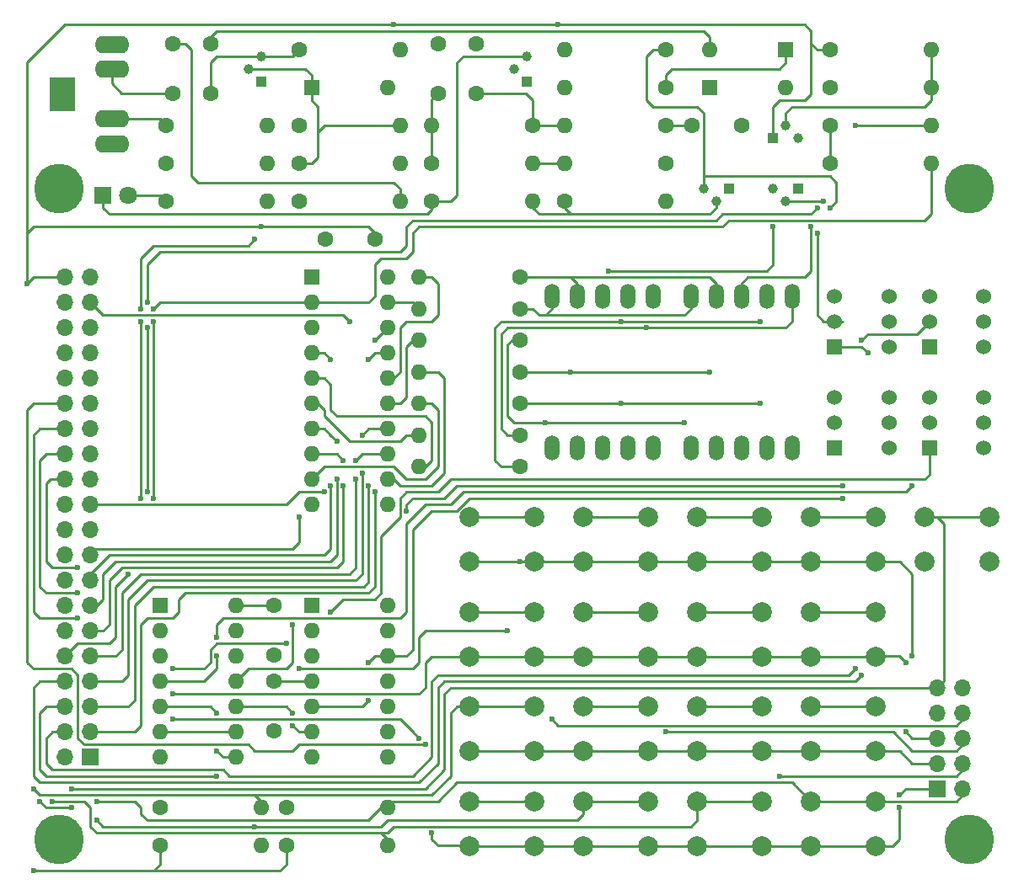
<source format=gtl>
G04 #@! TF.FileFunction,Copper,L1,Top,Signal*
%FSLAX46Y46*%
G04 Gerber Fmt 4.6, Leading zero omitted, Abs format (unit mm)*
G04 Created by KiCad (PCBNEW 4.0.7) date 09/22/19 17:22:30*
%MOMM*%
%LPD*%
G01*
G04 APERTURE LIST*
%ADD10C,0.100000*%
%ADD11R,1.700000X1.700000*%
%ADD12O,1.700000X1.700000*%
%ADD13C,5.000000*%
%ADD14C,1.600000*%
%ADD15O,1.524000X2.524000*%
%ADD16R,1.800000X1.800000*%
%ADD17C,1.800000*%
%ADD18R,1.600000X1.600000*%
%ADD19O,1.600000X1.600000*%
%ADD20R,2.500000X3.500000*%
%ADD21O,3.500000X1.750000*%
%ADD22C,1.000000*%
%ADD23R,1.000000X1.000000*%
%ADD24C,2.000000*%
%ADD25C,1.524000*%
%ADD26R,1.524000X1.524000*%
%ADD27C,0.600000*%
%ADD28C,0.250000*%
G04 APERTURE END LIST*
D10*
D11*
X107315000Y-132080000D03*
D12*
X104775000Y-132080000D03*
X107315000Y-129540000D03*
X104775000Y-129540000D03*
X107315000Y-127000000D03*
X104775000Y-127000000D03*
X107315000Y-124460000D03*
X104775000Y-124460000D03*
X107315000Y-121920000D03*
X104775000Y-121920000D03*
X107315000Y-119380000D03*
X104775000Y-119380000D03*
X107315000Y-116840000D03*
X104775000Y-116840000D03*
X107315000Y-114300000D03*
X104775000Y-114300000D03*
X107315000Y-111760000D03*
X104775000Y-111760000D03*
X107315000Y-109220000D03*
X104775000Y-109220000D03*
X107315000Y-106680000D03*
X104775000Y-106680000D03*
X107315000Y-104140000D03*
X104775000Y-104140000D03*
X107315000Y-101600000D03*
X104775000Y-101600000D03*
X107315000Y-99060000D03*
X104775000Y-99060000D03*
X107315000Y-96520000D03*
X104775000Y-96520000D03*
X107315000Y-93980000D03*
X104775000Y-93980000D03*
X107315000Y-91440000D03*
X104775000Y-91440000D03*
X107315000Y-88900000D03*
X104775000Y-88900000D03*
X107315000Y-86360000D03*
X104775000Y-86360000D03*
X107315000Y-83820000D03*
X104775000Y-83820000D03*
D13*
X104140000Y-140335000D03*
X195580000Y-140335000D03*
X195580000Y-74930000D03*
X104140000Y-74930000D03*
D14*
X135890000Y-80010000D03*
X130890000Y-80010000D03*
X125730000Y-116840000D03*
X125730000Y-121840000D03*
X125730000Y-124460000D03*
X125730000Y-129460000D03*
X142240000Y-60325000D03*
X142240000Y-65325000D03*
X146050000Y-60325000D03*
X146050000Y-65325000D03*
X172720000Y-68580000D03*
X167720000Y-68580000D03*
X119380000Y-60325000D03*
X119380000Y-65325000D03*
X115570000Y-60325000D03*
X115570000Y-65325000D03*
D15*
X167640000Y-100965000D03*
X170180000Y-100965000D03*
X172720000Y-100965000D03*
X175260000Y-100965000D03*
X177800000Y-100965000D03*
X177800000Y-85725000D03*
X175260000Y-85725000D03*
X172720000Y-85725000D03*
X170180000Y-85725000D03*
X167640000Y-85725000D03*
X153670000Y-100965000D03*
X156210000Y-100965000D03*
X158750000Y-100965000D03*
X161290000Y-100965000D03*
X163830000Y-100965000D03*
X163830000Y-85725000D03*
X161290000Y-85725000D03*
X158750000Y-85725000D03*
X156210000Y-85725000D03*
X153670000Y-85725000D03*
D16*
X108585000Y-75565000D03*
D17*
X111125000Y-75565000D03*
D18*
X177165000Y-60960000D03*
D19*
X169545000Y-60960000D03*
D18*
X169545000Y-64770000D03*
D19*
X177165000Y-64770000D03*
D18*
X129540000Y-64770000D03*
D19*
X137160000Y-64770000D03*
D20*
X104449000Y-65405000D03*
D21*
X109455000Y-60405000D03*
X109455000Y-70405000D03*
X109455000Y-62905000D03*
X109455000Y-67905000D03*
D22*
X177165000Y-68580000D03*
X178435000Y-69850000D03*
D23*
X175895000Y-69850000D03*
D22*
X177165000Y-76200000D03*
X175895000Y-74930000D03*
D23*
X178435000Y-74930000D03*
D22*
X170180000Y-76200000D03*
X168910000Y-74930000D03*
D23*
X171450000Y-74930000D03*
D22*
X149860000Y-62865000D03*
X151130000Y-61595000D03*
D23*
X151130000Y-64135000D03*
D22*
X123190000Y-62865000D03*
X124460000Y-61595000D03*
D23*
X124460000Y-64135000D03*
D14*
X114300000Y-137160000D03*
D19*
X124460000Y-137160000D03*
D14*
X114300000Y-140970000D03*
D19*
X124460000Y-140970000D03*
D14*
X127000000Y-140970000D03*
D19*
X137160000Y-140970000D03*
D14*
X127000000Y-137160000D03*
D19*
X137160000Y-137160000D03*
D14*
X150495000Y-102870000D03*
D19*
X140335000Y-102870000D03*
D14*
X150495000Y-99695000D03*
D19*
X140335000Y-99695000D03*
D14*
X150495000Y-96520000D03*
D19*
X140335000Y-96520000D03*
D14*
X150495000Y-93345000D03*
D19*
X140335000Y-93345000D03*
D14*
X150495000Y-90170000D03*
D19*
X140335000Y-90170000D03*
D14*
X150495000Y-83820000D03*
D19*
X140335000Y-83820000D03*
D14*
X150495000Y-86995000D03*
D19*
X140335000Y-86995000D03*
D14*
X114935000Y-72390000D03*
D19*
X125095000Y-72390000D03*
D14*
X114935000Y-68580000D03*
D19*
X125095000Y-68580000D03*
D14*
X165100000Y-60960000D03*
D19*
X154940000Y-60960000D03*
D14*
X154940000Y-76200000D03*
D19*
X165100000Y-76200000D03*
D14*
X141605000Y-76200000D03*
D19*
X151765000Y-76200000D03*
D14*
X114935000Y-76200000D03*
D19*
X125095000Y-76200000D03*
D14*
X165100000Y-72390000D03*
D19*
X154940000Y-72390000D03*
D14*
X141605000Y-72390000D03*
D19*
X151765000Y-72390000D03*
D14*
X151765000Y-68580000D03*
D19*
X141605000Y-68580000D03*
D14*
X165100000Y-68580000D03*
D19*
X154940000Y-68580000D03*
D14*
X165100000Y-64770000D03*
D19*
X154940000Y-64770000D03*
D14*
X128270000Y-60960000D03*
D19*
X138430000Y-60960000D03*
D14*
X128270000Y-72390000D03*
D19*
X138430000Y-72390000D03*
D14*
X128270000Y-68580000D03*
D19*
X138430000Y-68580000D03*
D14*
X128270000Y-76200000D03*
D19*
X138430000Y-76200000D03*
D24*
X191135000Y-112450000D03*
X191135000Y-107950000D03*
X197635000Y-112450000D03*
X197635000Y-107950000D03*
D25*
X191585000Y-85725000D03*
X191585000Y-88265000D03*
D26*
X191585000Y-90805000D03*
D25*
X197035000Y-90805000D03*
X197035000Y-88265000D03*
X197035000Y-85725000D03*
D24*
X145415000Y-141025000D03*
X145415000Y-136525000D03*
X151915000Y-141025000D03*
X151915000Y-136525000D03*
X145415000Y-131500000D03*
X145415000Y-127000000D03*
X151915000Y-131500000D03*
X151915000Y-127000000D03*
X145415000Y-121975000D03*
X145415000Y-117475000D03*
X151915000Y-121975000D03*
X151915000Y-117475000D03*
X145415000Y-112450000D03*
X145415000Y-107950000D03*
X151915000Y-112450000D03*
X151915000Y-107950000D03*
X156845000Y-141025000D03*
X156845000Y-136525000D03*
X163345000Y-141025000D03*
X163345000Y-136525000D03*
X156845000Y-131500000D03*
X156845000Y-127000000D03*
X163345000Y-131500000D03*
X163345000Y-127000000D03*
X156845000Y-121975000D03*
X156845000Y-117475000D03*
X163345000Y-121975000D03*
X163345000Y-117475000D03*
X156845000Y-112450000D03*
X156845000Y-107950000D03*
X163345000Y-112450000D03*
X163345000Y-107950000D03*
X168275000Y-141025000D03*
X168275000Y-136525000D03*
X174775000Y-141025000D03*
X174775000Y-136525000D03*
X168275000Y-131500000D03*
X168275000Y-127000000D03*
X174775000Y-131500000D03*
X174775000Y-127000000D03*
X168275000Y-121975000D03*
X168275000Y-117475000D03*
X174775000Y-121975000D03*
X174775000Y-117475000D03*
X168275000Y-112450000D03*
X168275000Y-107950000D03*
X174775000Y-112450000D03*
X174775000Y-107950000D03*
X179705000Y-141025000D03*
X179705000Y-136525000D03*
X186205000Y-141025000D03*
X186205000Y-136525000D03*
X179705000Y-131500000D03*
X179705000Y-127000000D03*
X186205000Y-131500000D03*
X186205000Y-127000000D03*
X179705000Y-121975000D03*
X179705000Y-117475000D03*
X186205000Y-121975000D03*
X186205000Y-117475000D03*
X179705000Y-112450000D03*
X179705000Y-107950000D03*
X186205000Y-112450000D03*
X186205000Y-107950000D03*
D25*
X182060000Y-85725000D03*
X182060000Y-88265000D03*
D26*
X182060000Y-90805000D03*
D25*
X187510000Y-90805000D03*
X187510000Y-88265000D03*
X187510000Y-85725000D03*
X191585000Y-95885000D03*
X191585000Y-98425000D03*
D26*
X191585000Y-100965000D03*
D25*
X197035000Y-100965000D03*
X197035000Y-98425000D03*
X197035000Y-95885000D03*
X182060000Y-95885000D03*
X182060000Y-98425000D03*
D26*
X182060000Y-100965000D03*
D25*
X187510000Y-100965000D03*
X187510000Y-98425000D03*
X187510000Y-95885000D03*
D18*
X129540000Y-83820000D03*
D19*
X137160000Y-106680000D03*
X129540000Y-86360000D03*
X137160000Y-104140000D03*
X129540000Y-88900000D03*
X137160000Y-101600000D03*
X129540000Y-91440000D03*
X137160000Y-99060000D03*
X129540000Y-93980000D03*
X137160000Y-96520000D03*
X129540000Y-96520000D03*
X137160000Y-93980000D03*
X129540000Y-99060000D03*
X137160000Y-91440000D03*
X129540000Y-101600000D03*
X137160000Y-88900000D03*
X129540000Y-104140000D03*
X137160000Y-86360000D03*
X129540000Y-106680000D03*
X137160000Y-83820000D03*
D18*
X114300000Y-116840000D03*
D19*
X121920000Y-132080000D03*
X114300000Y-119380000D03*
X121920000Y-129540000D03*
X114300000Y-121920000D03*
X121920000Y-127000000D03*
X114300000Y-124460000D03*
X121920000Y-124460000D03*
X114300000Y-127000000D03*
X121920000Y-121920000D03*
X114300000Y-129540000D03*
X121920000Y-119380000D03*
X114300000Y-132080000D03*
X121920000Y-116840000D03*
D18*
X129540000Y-116840000D03*
D19*
X137160000Y-132080000D03*
X129540000Y-119380000D03*
X137160000Y-129540000D03*
X129540000Y-121920000D03*
X137160000Y-127000000D03*
X129540000Y-124460000D03*
X137160000Y-124460000D03*
X129540000Y-127000000D03*
X137160000Y-121920000D03*
X129540000Y-129540000D03*
X137160000Y-119380000D03*
X129540000Y-132080000D03*
X137160000Y-116840000D03*
D14*
X181610000Y-60960000D03*
D19*
X191770000Y-60960000D03*
D14*
X181610000Y-64770000D03*
D19*
X191770000Y-64770000D03*
D14*
X181610000Y-68580000D03*
D19*
X191770000Y-68580000D03*
D14*
X181610000Y-72390000D03*
D19*
X191770000Y-72390000D03*
D11*
X192405000Y-135255000D03*
D12*
X194945000Y-135255000D03*
X192405000Y-132715000D03*
X194945000Y-132715000D03*
X192405000Y-130175000D03*
X194945000Y-130175000D03*
X192405000Y-127635000D03*
X194945000Y-127635000D03*
X192405000Y-125095000D03*
X194945000Y-125095000D03*
D27*
X124460000Y-78740000D03*
X184150000Y-68580000D03*
X137795000Y-58420000D03*
X154305000Y-58420000D03*
X101600000Y-143510000D03*
X100965000Y-84455000D03*
X167005000Y-98425000D03*
X153035000Y-98425000D03*
X169545000Y-93345000D03*
X155575000Y-93345000D03*
X179705000Y-78740000D03*
X160655000Y-96520000D03*
X174625000Y-96520000D03*
X163195000Y-88900000D03*
X174625000Y-88265000D03*
X160655000Y-88265000D03*
X175895000Y-78740000D03*
X159385000Y-83185000D03*
X105410000Y-135255000D03*
X135890000Y-90170000D03*
X135890000Y-105410000D03*
X184785000Y-90170000D03*
X184150000Y-123190000D03*
X135255000Y-92075000D03*
X135255000Y-104775000D03*
X120015000Y-133985000D03*
X134620000Y-103505000D03*
X134620000Y-99695000D03*
X185420000Y-91440000D03*
X184785000Y-123825000D03*
X133985000Y-104140000D03*
X133985000Y-102235000D03*
X112395000Y-106045000D03*
X112395000Y-88265000D03*
X111125000Y-113665000D03*
X123825000Y-80010000D03*
X112395000Y-86995000D03*
X132715000Y-102235000D03*
X132715000Y-104775000D03*
X132080000Y-104140000D03*
X132080000Y-100330000D03*
X131445000Y-92075000D03*
X131445000Y-104775000D03*
X128270000Y-107950000D03*
X139065000Y-107315000D03*
X182880000Y-104775000D03*
X130810000Y-105410000D03*
X127000000Y-120650000D03*
X128270000Y-123190000D03*
X106045000Y-113030000D03*
X115570000Y-123190000D03*
X150495000Y-112395000D03*
X149225000Y-119380000D03*
X189865000Y-121920000D03*
X115570000Y-125730000D03*
X106045000Y-115570000D03*
X189230000Y-129540000D03*
X189230000Y-122555000D03*
X140335000Y-130175000D03*
X106045000Y-118110000D03*
X115570000Y-128270000D03*
X141605000Y-139700000D03*
X140970000Y-130810000D03*
X188595000Y-135890000D03*
X188595000Y-137160000D03*
X107950000Y-136525000D03*
X103505000Y-136525000D03*
X176530000Y-133985000D03*
X107950000Y-138430000D03*
X102235000Y-136525000D03*
X105410000Y-137160000D03*
X123825000Y-139065000D03*
X165100000Y-129540000D03*
X133350000Y-88265000D03*
X101600000Y-135255000D03*
X153670000Y-128270000D03*
X180975000Y-76200000D03*
X181610000Y-76835000D03*
X180340000Y-79375000D03*
X189865000Y-104775000D03*
X120015000Y-121920000D03*
X120015000Y-120015000D03*
X131445000Y-117475000D03*
X127635000Y-127635000D03*
X127635000Y-128905000D03*
X182880000Y-106045000D03*
X135255000Y-122555000D03*
X135255000Y-126365000D03*
X120015000Y-131445000D03*
X120015000Y-127635000D03*
X127635000Y-118745000D03*
X113665000Y-106045000D03*
X113665000Y-88265000D03*
X113665000Y-86995000D03*
X113030000Y-88900000D03*
X113030000Y-105410000D03*
X113030000Y-86360000D03*
X180340000Y-76835000D03*
D28*
X129540000Y-124460000D02*
X125730000Y-124460000D01*
X179705000Y-62865000D02*
X179705000Y-65405000D01*
X176530000Y-66040000D02*
X175895000Y-66675000D01*
X179070000Y-66040000D02*
X176530000Y-66040000D01*
X179705000Y-65405000D02*
X179070000Y-66040000D01*
X175895000Y-67310000D02*
X175895000Y-66675000D01*
X175895000Y-69850000D02*
X175895000Y-67310000D01*
X191770000Y-68580000D02*
X184150000Y-68580000D01*
X179705000Y-60325000D02*
X180340000Y-60960000D01*
X179705000Y-61595000D02*
X179705000Y-60325000D01*
X179705000Y-60325000D02*
X179705000Y-59055000D01*
X179705000Y-59055000D02*
X179070000Y-58420000D01*
X179705000Y-62865000D02*
X179705000Y-61595000D01*
X100965000Y-79375000D02*
X100965000Y-62230000D01*
X104775000Y-58420000D02*
X137795000Y-58420000D01*
X137795000Y-58420000D02*
X154305000Y-58420000D01*
X154305000Y-58420000D02*
X179070000Y-58420000D01*
X100965000Y-62230000D02*
X104775000Y-58420000D01*
X180340000Y-60960000D02*
X181610000Y-60960000D01*
X124460000Y-78740000D02*
X114300000Y-78740000D01*
X101600000Y-78740000D02*
X100965000Y-79375000D01*
X114300000Y-78740000D02*
X101600000Y-78740000D01*
X100965000Y-81915000D02*
X100965000Y-84455000D01*
X100965000Y-79375000D02*
X100965000Y-81915000D01*
X125095000Y-78740000D02*
X124460000Y-78740000D01*
X135255000Y-78740000D02*
X135890000Y-79375000D01*
X135255000Y-78740000D02*
X125095000Y-78740000D01*
X135890000Y-80010000D02*
X135890000Y-79375000D01*
X113665000Y-143510000D02*
X126365000Y-143510000D01*
X127000000Y-142875000D02*
X127000000Y-140970000D01*
X126365000Y-143510000D02*
X127000000Y-142875000D01*
X102235000Y-143510000D02*
X113665000Y-143510000D01*
X101600000Y-143510000D02*
X102235000Y-143510000D01*
X101600000Y-83820000D02*
X100965000Y-84455000D01*
X104775000Y-83820000D02*
X101600000Y-83820000D01*
X114300000Y-142875000D02*
X114300000Y-140970000D01*
X113665000Y-143510000D02*
X114300000Y-142875000D01*
X121920000Y-116840000D02*
X125730000Y-116840000D01*
X153035000Y-98425000D02*
X167005000Y-98425000D01*
X150495000Y-90170000D02*
X149675002Y-90170000D01*
X149860000Y-98425000D02*
X153035000Y-98425000D01*
X149225000Y-97790000D02*
X149860000Y-98425000D01*
X149225000Y-90620002D02*
X149225000Y-97790000D01*
X149675002Y-90170000D02*
X149225000Y-90620002D01*
X155575000Y-93345000D02*
X169545000Y-93345000D01*
X155575000Y-93345000D02*
X150495000Y-93345000D01*
X179705000Y-82550000D02*
X179705000Y-83185000D01*
X179705000Y-83185000D02*
X179070000Y-83820000D01*
X172720000Y-85725000D02*
X172720000Y-84455000D01*
X179705000Y-82550000D02*
X179705000Y-78740000D01*
X173355000Y-83820000D02*
X179070000Y-83820000D01*
X172720000Y-84455000D02*
X173355000Y-83820000D01*
X150495000Y-96520000D02*
X160655000Y-96520000D01*
X160655000Y-96520000D02*
X174625000Y-96520000D01*
X163195000Y-88900000D02*
X149225000Y-88900000D01*
X149225000Y-99695000D02*
X150495000Y-99695000D01*
X148590000Y-99060000D02*
X149225000Y-99695000D01*
X148590000Y-89535000D02*
X148590000Y-99060000D01*
X149225000Y-88900000D02*
X148590000Y-89535000D01*
X177800000Y-88265000D02*
X177800000Y-85725000D01*
X177165000Y-88900000D02*
X177800000Y-88265000D01*
X163195000Y-88900000D02*
X177165000Y-88900000D01*
X149225000Y-88265000D02*
X148590000Y-88265000D01*
X160655000Y-88265000D02*
X149225000Y-88265000D01*
X148590000Y-102870000D02*
X150495000Y-102870000D01*
X147955000Y-102235000D02*
X148590000Y-102870000D01*
X147955000Y-88900000D02*
X147955000Y-102235000D01*
X148590000Y-88265000D02*
X147955000Y-88900000D01*
X160655000Y-88265000D02*
X174625000Y-88265000D01*
X155575000Y-83820000D02*
X169545000Y-83820000D01*
X170180000Y-84455000D02*
X170180000Y-85725000D01*
X169545000Y-83820000D02*
X170180000Y-84455000D01*
X150495000Y-83820000D02*
X155575000Y-83820000D01*
X156210000Y-84455000D02*
X156210000Y-85725000D01*
X155575000Y-83820000D02*
X156210000Y-84455000D01*
X150495000Y-86995000D02*
X151765000Y-86995000D01*
X151765000Y-86995000D02*
X152400000Y-87630000D01*
X153035000Y-87630000D02*
X167005000Y-87630000D01*
X167640000Y-86995000D02*
X167640000Y-85725000D01*
X167005000Y-87630000D02*
X167640000Y-86995000D01*
X153670000Y-86995000D02*
X153670000Y-85725000D01*
X153035000Y-87630000D02*
X153670000Y-86995000D01*
X152400000Y-87630000D02*
X153035000Y-87630000D01*
X175895000Y-82550000D02*
X175895000Y-78740000D01*
X175260000Y-83185000D02*
X175895000Y-82550000D01*
X159385000Y-83185000D02*
X175260000Y-83185000D01*
X141605000Y-68580000D02*
X141605000Y-65960000D01*
X141605000Y-65960000D02*
X142240000Y-65325000D01*
X141605000Y-68580000D02*
X141605000Y-72390000D01*
X151765000Y-68580000D02*
X154940000Y-68580000D01*
X146050000Y-65325000D02*
X151050000Y-65325000D01*
X151765000Y-66040000D02*
X151765000Y-68580000D01*
X151050000Y-65325000D02*
X151765000Y-66040000D01*
X177165000Y-60960000D02*
X177165000Y-62230000D01*
X165100000Y-63500000D02*
X165100000Y-64770000D01*
X165735000Y-62865000D02*
X165100000Y-63500000D01*
X176530000Y-62865000D02*
X165735000Y-62865000D01*
X177165000Y-62230000D02*
X176530000Y-62865000D01*
X165100000Y-68580000D02*
X167720000Y-68580000D01*
X169545000Y-60960000D02*
X169545000Y-59690000D01*
X120015000Y-59055000D02*
X167005000Y-59055000D01*
X120015000Y-59055000D02*
X119380000Y-59690000D01*
X168910000Y-59055000D02*
X167005000Y-59055000D01*
X169545000Y-59690000D02*
X168910000Y-59055000D01*
X119380000Y-60325000D02*
X119380000Y-59690000D01*
X124460000Y-61595000D02*
X120015000Y-61595000D01*
X119380000Y-62230000D02*
X119380000Y-65325000D01*
X120015000Y-61595000D02*
X119380000Y-62230000D01*
X124460000Y-61595000D02*
X127635000Y-61595000D01*
X127635000Y-61595000D02*
X128270000Y-60960000D01*
X127635000Y-74295000D02*
X118110000Y-74295000D01*
X117475000Y-73660000D02*
X117475000Y-69850000D01*
X118110000Y-74295000D02*
X117475000Y-73660000D01*
X138430000Y-76200000D02*
X138430000Y-74930000D01*
X116840000Y-60325000D02*
X115570000Y-60325000D01*
X117475000Y-69850000D02*
X117475000Y-60960000D01*
X117475000Y-60960000D02*
X116840000Y-60325000D01*
X137795000Y-74295000D02*
X127635000Y-74295000D01*
X138430000Y-74930000D02*
X137795000Y-74295000D01*
X115570000Y-65325000D02*
X110410000Y-65325000D01*
X109455000Y-64370000D02*
X109455000Y-62905000D01*
X110410000Y-65325000D02*
X109455000Y-64370000D01*
X141605000Y-76200000D02*
X141605000Y-77019998D01*
X108585000Y-76835000D02*
X108585000Y-75565000D01*
X109220000Y-77470000D02*
X108585000Y-76835000D01*
X141154998Y-77470000D02*
X109220000Y-77470000D01*
X141605000Y-77019998D02*
X141154998Y-77470000D01*
X141605000Y-76200000D02*
X143510000Y-76200000D01*
X144780000Y-61595000D02*
X151130000Y-61595000D01*
X144145000Y-62230000D02*
X144780000Y-61595000D01*
X144145000Y-75565000D02*
X144145000Y-62230000D01*
X143510000Y-76200000D02*
X144145000Y-75565000D01*
X111125000Y-75565000D02*
X114300000Y-75565000D01*
X114300000Y-75565000D02*
X114935000Y-76200000D01*
X129540000Y-64770000D02*
X129540000Y-66040000D01*
X130175000Y-66675000D02*
X130175000Y-69215000D01*
X129540000Y-66040000D02*
X130175000Y-66675000D01*
X123190000Y-62865000D02*
X128905000Y-62865000D01*
X129540000Y-63500000D02*
X129540000Y-64770000D01*
X128905000Y-62865000D02*
X129540000Y-63500000D01*
X138430000Y-68580000D02*
X130810000Y-68580000D01*
X130810000Y-68580000D02*
X130175000Y-69215000D01*
X129540000Y-72390000D02*
X128270000Y-72390000D01*
X130175000Y-69215000D02*
X130175000Y-71755000D01*
X130175000Y-71755000D02*
X129540000Y-72390000D01*
X110090000Y-67905000D02*
X114260000Y-67905000D01*
X114260000Y-67905000D02*
X114935000Y-68580000D01*
X142875000Y-132715000D02*
X142875000Y-133350000D01*
X105410000Y-135255000D02*
X140335000Y-135255000D01*
X142875000Y-132715000D02*
X142875000Y-125730000D01*
X142875000Y-125730000D02*
X143510000Y-125095000D01*
X143510000Y-125095000D02*
X192405000Y-125095000D01*
X142875000Y-133350000D02*
X140970000Y-135255000D01*
X140970000Y-135255000D02*
X140335000Y-135255000D01*
X193040000Y-114935000D02*
X193040000Y-124460000D01*
X193040000Y-124460000D02*
X192405000Y-125095000D01*
X192405000Y-107950000D02*
X193040000Y-108585000D01*
X193040000Y-109855000D02*
X193040000Y-108585000D01*
X193040000Y-114935000D02*
X193040000Y-109855000D01*
X191135000Y-107950000D02*
X192405000Y-107950000D01*
X192405000Y-107950000D02*
X193040000Y-107950000D01*
X193040000Y-107950000D02*
X197635000Y-107950000D01*
X112395000Y-127000000D02*
X112395000Y-118745000D01*
X116840000Y-115570000D02*
X118745000Y-115570000D01*
X116205000Y-116205000D02*
X116840000Y-115570000D01*
X116205000Y-117475000D02*
X116205000Y-116205000D01*
X115570000Y-118110000D02*
X116205000Y-117475000D01*
X113030000Y-118110000D02*
X115570000Y-118110000D01*
X112395000Y-118745000D02*
X113030000Y-118110000D01*
X121285000Y-115570000D02*
X118745000Y-115570000D01*
X134620000Y-115570000D02*
X135255000Y-115570000D01*
X135890000Y-90170000D02*
X137160000Y-88900000D01*
X135890000Y-114935000D02*
X135890000Y-105410000D01*
X135255000Y-115570000D02*
X135890000Y-114935000D01*
X121285000Y-115570000D02*
X134620000Y-115570000D01*
X111760000Y-129540000D02*
X112395000Y-128905000D01*
X107315000Y-129540000D02*
X111760000Y-129540000D01*
X112395000Y-128905000D02*
X112395000Y-127000000D01*
X184785000Y-90170000D02*
X185420000Y-89535000D01*
X137795000Y-133985000D02*
X139700000Y-133985000D01*
X102870000Y-130810000D02*
X102870000Y-130175000D01*
X104775000Y-129540000D02*
X103505000Y-129540000D01*
X102870000Y-130175000D02*
X103505000Y-129540000D01*
X102870000Y-130810000D02*
X102870000Y-132715000D01*
X102870000Y-132715000D02*
X103505000Y-133350000D01*
X103505000Y-133350000D02*
X118110000Y-133350000D01*
X120650000Y-133350000D02*
X118110000Y-133350000D01*
X121285000Y-133985000D02*
X137795000Y-133985000D01*
X120650000Y-133350000D02*
X121285000Y-133985000D01*
X142240000Y-123825000D02*
X183515000Y-123825000D01*
X141605000Y-124460000D02*
X142240000Y-123825000D01*
X141605000Y-132080000D02*
X141605000Y-124460000D01*
X139700000Y-133985000D02*
X141605000Y-132080000D01*
X183515000Y-123825000D02*
X184150000Y-123190000D01*
X190315000Y-89535000D02*
X191585000Y-88265000D01*
X185420000Y-89535000D02*
X190315000Y-89535000D01*
X104775000Y-129540000D02*
X104140000Y-129540000D01*
X111760000Y-126365000D02*
X111760000Y-116840000D01*
X113665000Y-114935000D02*
X111760000Y-116840000D01*
X113665000Y-114935000D02*
X118110000Y-114935000D01*
X120650000Y-114935000D02*
X118110000Y-114935000D01*
X135255000Y-114300000D02*
X135255000Y-114484998D01*
X135255000Y-104775000D02*
X135255000Y-114300000D01*
X135890000Y-91440000D02*
X135255000Y-92075000D01*
X134804998Y-114935000D02*
X133985000Y-114935000D01*
X135255000Y-114484998D02*
X134804998Y-114935000D01*
X120650000Y-114935000D02*
X133985000Y-114935000D01*
X135890000Y-91440000D02*
X137160000Y-91440000D01*
X111125000Y-127000000D02*
X111760000Y-126365000D01*
X107315000Y-127000000D02*
X111125000Y-127000000D01*
X120015000Y-133985000D02*
X118745000Y-133985000D01*
X102870000Y-127000000D02*
X102235000Y-127635000D01*
X102235000Y-127635000D02*
X102235000Y-133350000D01*
X102235000Y-133350000D02*
X102870000Y-133985000D01*
X102870000Y-133985000D02*
X118745000Y-133985000D01*
X102870000Y-127000000D02*
X104775000Y-127000000D01*
X113665000Y-114300000D02*
X113030000Y-114300000D01*
X111125000Y-116205000D02*
X111125000Y-116840000D01*
X113030000Y-114300000D02*
X111125000Y-116205000D01*
X117475000Y-114300000D02*
X113665000Y-114300000D01*
X111125000Y-123825000D02*
X110490000Y-124460000D01*
X107315000Y-124460000D02*
X110490000Y-124460000D01*
X111125000Y-116840000D02*
X111125000Y-123825000D01*
X120015000Y-114300000D02*
X117475000Y-114300000D01*
X135255000Y-99060000D02*
X134620000Y-99695000D01*
X133985000Y-114300000D02*
X133350000Y-114300000D01*
X134620000Y-113665000D02*
X133985000Y-114300000D01*
X134620000Y-103505000D02*
X134620000Y-113665000D01*
X120015000Y-114300000D02*
X133350000Y-114300000D01*
X135255000Y-99060000D02*
X137160000Y-99060000D01*
X184785000Y-90805000D02*
X184150000Y-90805000D01*
X185420000Y-91440000D02*
X184785000Y-90805000D01*
X184150000Y-124460000D02*
X184785000Y-123825000D01*
X126365000Y-134620000D02*
X140335000Y-134620000D01*
X104775000Y-124460000D02*
X102235000Y-124460000D01*
X102235000Y-134620000D02*
X121920000Y-134620000D01*
X101600000Y-133985000D02*
X102235000Y-134620000D01*
X101600000Y-125095000D02*
X101600000Y-133985000D01*
X102235000Y-124460000D02*
X101600000Y-125095000D01*
X126365000Y-134620000D02*
X121920000Y-134620000D01*
X142875000Y-124460000D02*
X150495000Y-124460000D01*
X142240000Y-125095000D02*
X142875000Y-124460000D01*
X142240000Y-132715000D02*
X142240000Y-125095000D01*
X140335000Y-134620000D02*
X142240000Y-132715000D01*
X150495000Y-124460000D02*
X184150000Y-124460000D01*
X184150000Y-90805000D02*
X182060000Y-90805000D01*
X113030000Y-113665000D02*
X112395000Y-113665000D01*
X110490000Y-115570000D02*
X110490000Y-116205000D01*
X112395000Y-113665000D02*
X110490000Y-115570000D01*
X116840000Y-113665000D02*
X113030000Y-113665000D01*
X110490000Y-121285000D02*
X109855000Y-121920000D01*
X110490000Y-116205000D02*
X110490000Y-121285000D01*
X107315000Y-121920000D02*
X109855000Y-121920000D01*
X119380000Y-113665000D02*
X116840000Y-113665000D01*
X134620000Y-101600000D02*
X133985000Y-102235000D01*
X133350000Y-113665000D02*
X132715000Y-113665000D01*
X133985000Y-113030000D02*
X133350000Y-113665000D01*
X133985000Y-104140000D02*
X133985000Y-113030000D01*
X119380000Y-113665000D02*
X132715000Y-113665000D01*
X134620000Y-101600000D02*
X137160000Y-101600000D01*
X112395000Y-106045000D02*
X112395000Y-88265000D01*
X109855000Y-115570000D02*
X109855000Y-114935000D01*
X109855000Y-114935000D02*
X111125000Y-113665000D01*
X109855000Y-120015000D02*
X109220000Y-120650000D01*
X109855000Y-115570000D02*
X109855000Y-120015000D01*
X123190000Y-80645000D02*
X122555000Y-80645000D01*
X123825000Y-80010000D02*
X123190000Y-80645000D01*
X104775000Y-121920000D02*
X106045000Y-120650000D01*
X106045000Y-120650000D02*
X109220000Y-120650000D01*
X113665000Y-80645000D02*
X122555000Y-80645000D01*
X112395000Y-81915000D02*
X113665000Y-80645000D01*
X112395000Y-86995000D02*
X112395000Y-81915000D01*
X111125000Y-113030000D02*
X110490000Y-113030000D01*
X109220000Y-114300000D02*
X109220000Y-114935000D01*
X110490000Y-113030000D02*
X109220000Y-114300000D01*
X132715000Y-112395000D02*
X132080000Y-113030000D01*
X109220000Y-118745000D02*
X108585000Y-119380000D01*
X107315000Y-119380000D02*
X108585000Y-119380000D01*
X109220000Y-114935000D02*
X109220000Y-118745000D01*
X132080000Y-113030000D02*
X111125000Y-113030000D01*
X132080000Y-101600000D02*
X129540000Y-101600000D01*
X132715000Y-102235000D02*
X132080000Y-101600000D01*
X132715000Y-112395000D02*
X132715000Y-104775000D01*
X110490000Y-112395000D02*
X109855000Y-112395000D01*
X108585000Y-113665000D02*
X108585000Y-114300000D01*
X109855000Y-112395000D02*
X108585000Y-113665000D01*
X132080000Y-111760000D02*
X131445000Y-112395000D01*
X108585000Y-116205000D02*
X107950000Y-116840000D01*
X108585000Y-114300000D02*
X108585000Y-116205000D01*
X131445000Y-112395000D02*
X110490000Y-112395000D01*
X107950000Y-116840000D02*
X107315000Y-116840000D01*
X132080000Y-111760000D02*
X132080000Y-104140000D01*
X130810000Y-99060000D02*
X129540000Y-99060000D01*
X131445000Y-99695000D02*
X130810000Y-99060000D01*
X132080000Y-100330000D02*
X131445000Y-99695000D01*
X109855000Y-111760000D02*
X109220000Y-111760000D01*
X109220000Y-111760000D02*
X107315000Y-113665000D01*
X107315000Y-113665000D02*
X107315000Y-114300000D01*
X131445000Y-111125000D02*
X130810000Y-111760000D01*
X130810000Y-111760000D02*
X109855000Y-111760000D01*
X130810000Y-91440000D02*
X129540000Y-91440000D01*
X131445000Y-92075000D02*
X130810000Y-91440000D01*
X131445000Y-111125000D02*
X131445000Y-104775000D01*
X128270000Y-107950000D02*
X128270000Y-110490000D01*
X127635000Y-111125000D02*
X108585000Y-111125000D01*
X107315000Y-111760000D02*
X107950000Y-111125000D01*
X108585000Y-111125000D02*
X107950000Y-111125000D01*
X128270000Y-110490000D02*
X127635000Y-111125000D01*
X128270000Y-105410000D02*
X127635000Y-106045000D01*
X127000000Y-106680000D02*
X126365000Y-106680000D01*
X127635000Y-106045000D02*
X127000000Y-106680000D01*
X107315000Y-106680000D02*
X126365000Y-106680000D01*
X139065000Y-107315000D02*
X139065000Y-106680000D01*
X139700000Y-106045000D02*
X142875000Y-106045000D01*
X139065000Y-106680000D02*
X139700000Y-106045000D01*
X144780000Y-104775000D02*
X182880000Y-104775000D01*
X144145000Y-104775000D02*
X144780000Y-104775000D01*
X142875000Y-106045000D02*
X144145000Y-104775000D01*
X130810000Y-105410000D02*
X128270000Y-105410000D01*
X140335000Y-121920000D02*
X140335000Y-120015000D01*
X140970000Y-119380000D02*
X142875000Y-119380000D01*
X140335000Y-120015000D02*
X140970000Y-119380000D01*
X132080000Y-123190000D02*
X139700000Y-123190000D01*
X128270000Y-123190000D02*
X132080000Y-123190000D01*
X115570000Y-123190000D02*
X118745000Y-123190000D01*
X102870000Y-109220000D02*
X102870000Y-112395000D01*
X103320002Y-104140000D02*
X102870000Y-104590002D01*
X102870000Y-104590002D02*
X102870000Y-109220000D01*
X104775000Y-104140000D02*
X103320002Y-104140000D01*
X103505000Y-113030000D02*
X106045000Y-113030000D01*
X102870000Y-112395000D02*
X103505000Y-113030000D01*
X120015000Y-120650000D02*
X126365000Y-120650000D01*
X119380000Y-121285000D02*
X120015000Y-120650000D01*
X119380000Y-122555000D02*
X119380000Y-121285000D01*
X118745000Y-123190000D02*
X119380000Y-122555000D01*
X126365000Y-120650000D02*
X127000000Y-120650000D01*
X142875000Y-119380000D02*
X149225000Y-119380000D01*
X140335000Y-122555000D02*
X140335000Y-121920000D01*
X139700000Y-123190000D02*
X140335000Y-122555000D01*
X150495000Y-112395000D02*
X150495000Y-112450000D01*
X150495000Y-112450000D02*
X150495000Y-112395000D01*
X150495000Y-112395000D02*
X150495000Y-112450000D01*
X174775000Y-112450000D02*
X168275000Y-112450000D01*
X179705000Y-112450000D02*
X174775000Y-112450000D01*
X186205000Y-112450000D02*
X188650000Y-112450000D01*
X188650000Y-112450000D02*
X189865000Y-113665000D01*
X189865000Y-113665000D02*
X189865000Y-121920000D01*
X145415000Y-112450000D02*
X150495000Y-112450000D01*
X150495000Y-112450000D02*
X151915000Y-112450000D01*
X151915000Y-112450000D02*
X156845000Y-112450000D01*
X156845000Y-112450000D02*
X163345000Y-112450000D01*
X163345000Y-112450000D02*
X168275000Y-112450000D01*
X179705000Y-112450000D02*
X186205000Y-112450000D01*
X145415000Y-121975000D02*
X141550000Y-121975000D01*
X115570000Y-125730000D02*
X132080000Y-125730000D01*
X102235000Y-106045000D02*
X102235000Y-114935000D01*
X102870000Y-101600000D02*
X102235000Y-102235000D01*
X102235000Y-102235000D02*
X102235000Y-106045000D01*
X102870000Y-101600000D02*
X104775000Y-101600000D01*
X102870000Y-115570000D02*
X106045000Y-115570000D01*
X102235000Y-114935000D02*
X102870000Y-115570000D01*
X140335000Y-125730000D02*
X132080000Y-125730000D01*
X140970000Y-125095000D02*
X140335000Y-125730000D01*
X140970000Y-122555000D02*
X140970000Y-125095000D01*
X141550000Y-121975000D02*
X140970000Y-122555000D01*
X192405000Y-130175000D02*
X189865000Y-130175000D01*
X189865000Y-130175000D02*
X189230000Y-129540000D01*
X189230000Y-122555000D02*
X188595000Y-121920000D01*
X188595000Y-121920000D02*
X186260000Y-121920000D01*
X191770000Y-130175000D02*
X192405000Y-130175000D01*
X186260000Y-121920000D02*
X186205000Y-121975000D01*
X145415000Y-121975000D02*
X151915000Y-121975000D01*
X151915000Y-121975000D02*
X156845000Y-121975000D01*
X156845000Y-121975000D02*
X163345000Y-121975000D01*
X163345000Y-121975000D02*
X168275000Y-121975000D01*
X168275000Y-121975000D02*
X174775000Y-121975000D01*
X174775000Y-121975000D02*
X179705000Y-121975000D01*
X179705000Y-121975000D02*
X186205000Y-121975000D01*
X139700000Y-129540000D02*
X140335000Y-130175000D01*
X139700000Y-129540000D02*
X138430000Y-128270000D01*
X138430000Y-128270000D02*
X127000000Y-128270000D01*
X127000000Y-128270000D02*
X124460000Y-128270000D01*
X101600000Y-117475000D02*
X102235000Y-118110000D01*
X102235000Y-118110000D02*
X106045000Y-118110000D01*
X102235000Y-99060000D02*
X104775000Y-99060000D01*
X101600000Y-99695000D02*
X101600000Y-105410000D01*
X102235000Y-99060000D02*
X101600000Y-99695000D01*
X101600000Y-105410000D02*
X101600000Y-117475000D01*
X115570000Y-128270000D02*
X119380000Y-128270000D01*
X124460000Y-128270000D02*
X119380000Y-128270000D01*
X186205000Y-131500000D02*
X188650000Y-131500000D01*
X189865000Y-132715000D02*
X192405000Y-132715000D01*
X188650000Y-131500000D02*
X189865000Y-132715000D01*
X179705000Y-131500000D02*
X186205000Y-131500000D01*
X174775000Y-131500000D02*
X179705000Y-131500000D01*
X168275000Y-131500000D02*
X174775000Y-131500000D01*
X163345000Y-131500000D02*
X168275000Y-131500000D01*
X156845000Y-131500000D02*
X163345000Y-131500000D01*
X151915000Y-131500000D02*
X156845000Y-131500000D01*
X145415000Y-131500000D02*
X151915000Y-131500000D01*
X139700000Y-130810000D02*
X140970000Y-130810000D01*
X139065000Y-130810000D02*
X130810000Y-130810000D01*
X123190000Y-130810000D02*
X123825000Y-131445000D01*
X123825000Y-131445000D02*
X127635000Y-131445000D01*
X127635000Y-131445000D02*
X128270000Y-130810000D01*
X128270000Y-130810000D02*
X130810000Y-130810000D01*
X118745000Y-130810000D02*
X109855000Y-130810000D01*
X105410000Y-123190000D02*
X106045000Y-123825000D01*
X106045000Y-123825000D02*
X106045000Y-130175000D01*
X106045000Y-130175000D02*
X106680000Y-130810000D01*
X106680000Y-130810000D02*
X109855000Y-130810000D01*
X104775000Y-96520000D02*
X101600000Y-96520000D01*
X100965000Y-122555000D02*
X101600000Y-123190000D01*
X100965000Y-97155000D02*
X100965000Y-122555000D01*
X101600000Y-96520000D02*
X100965000Y-97155000D01*
X101600000Y-123190000D02*
X105410000Y-123190000D01*
X118745000Y-130810000D02*
X123190000Y-130810000D01*
X139700000Y-130810000D02*
X139065000Y-130810000D01*
X142240000Y-140970000D02*
X145360000Y-140970000D01*
X141605000Y-140335000D02*
X142240000Y-140970000D01*
X141605000Y-139700000D02*
X141605000Y-140335000D01*
X145360000Y-140970000D02*
X145415000Y-141025000D01*
X186205000Y-141025000D02*
X187905000Y-141025000D01*
X189230000Y-135255000D02*
X192405000Y-135255000D01*
X188595000Y-135890000D02*
X189230000Y-135255000D01*
X188595000Y-140335000D02*
X188595000Y-137160000D01*
X187905000Y-141025000D02*
X188595000Y-140335000D01*
X174775000Y-141025000D02*
X179705000Y-141025000D01*
X179705000Y-141025000D02*
X186205000Y-141025000D01*
X168275000Y-141025000D02*
X174775000Y-141025000D01*
X163345000Y-141025000D02*
X168275000Y-141025000D01*
X156845000Y-141025000D02*
X163345000Y-141025000D01*
X151915000Y-141025000D02*
X156845000Y-141025000D01*
X145415000Y-141025000D02*
X151915000Y-141025000D01*
X107950000Y-136525000D02*
X111760000Y-136525000D01*
X121285000Y-138430000D02*
X113030000Y-138430000D01*
X135255000Y-138430000D02*
X121285000Y-138430000D01*
X136525000Y-137160000D02*
X135255000Y-138430000D01*
X112395000Y-137160000D02*
X111760000Y-136525000D01*
X112395000Y-137795000D02*
X112395000Y-137160000D01*
X113030000Y-138430000D02*
X112395000Y-137795000D01*
X137160000Y-137160000D02*
X136525000Y-137160000D01*
X142240000Y-136525000D02*
X137795000Y-136525000D01*
X137795000Y-136525000D02*
X137160000Y-137160000D01*
X144780000Y-134620000D02*
X144145000Y-134620000D01*
X144145000Y-134620000D02*
X142240000Y-136525000D01*
X186205000Y-136525000D02*
X194310000Y-136525000D01*
X194310000Y-136525000D02*
X194945000Y-135890000D01*
X194945000Y-135890000D02*
X194945000Y-135255000D01*
X149225000Y-134620000D02*
X177800000Y-134620000D01*
X144780000Y-134620000D02*
X149225000Y-134620000D01*
X177800000Y-134620000D02*
X179705000Y-136525000D01*
X179705000Y-136525000D02*
X186205000Y-136525000D01*
X179705000Y-117475000D02*
X186205000Y-117475000D01*
X179705000Y-127000000D02*
X186205000Y-127000000D01*
X186205000Y-107950000D02*
X179705000Y-107950000D01*
X103505000Y-136525000D02*
X106680000Y-136525000D01*
X106680000Y-136525000D02*
X107315000Y-137160000D01*
X107315000Y-137160000D02*
X107315000Y-139065000D01*
X107315000Y-139065000D02*
X107950000Y-139700000D01*
X107950000Y-139700000D02*
X111760000Y-139700000D01*
X111760000Y-139700000D02*
X120015000Y-139700000D01*
X136525000Y-139700000D02*
X120015000Y-139700000D01*
X137160000Y-140970000D02*
X137160000Y-140335000D01*
X137160000Y-140335000D02*
X136525000Y-139700000D01*
X137160000Y-139700000D02*
X136525000Y-139700000D01*
X194945000Y-132715000D02*
X194945000Y-133350000D01*
X194945000Y-133350000D02*
X194310000Y-133985000D01*
X194310000Y-133985000D02*
X176530000Y-133985000D01*
X142240000Y-139065000D02*
X167640000Y-139065000D01*
X139700000Y-139065000D02*
X142055002Y-139065000D01*
X142055002Y-139065000D02*
X142240000Y-139065000D01*
X137795000Y-139065000D02*
X137160000Y-139700000D01*
X139700000Y-139065000D02*
X137795000Y-139065000D01*
X168275000Y-138430000D02*
X168275000Y-136525000D01*
X167640000Y-139065000D02*
X168275000Y-138430000D01*
X168275000Y-136525000D02*
X174775000Y-136525000D01*
X168275000Y-127000000D02*
X174775000Y-127000000D01*
X168275000Y-117475000D02*
X174775000Y-117475000D01*
X174775000Y-107950000D02*
X168275000Y-107950000D01*
X105410000Y-137160000D02*
X102870000Y-137160000D01*
X102870000Y-137160000D02*
X102235000Y-136525000D01*
X111760000Y-139065000D02*
X108585000Y-139065000D01*
X112395000Y-139065000D02*
X111760000Y-139065000D01*
X123825000Y-139065000D02*
X112395000Y-139065000D01*
X108585000Y-139065000D02*
X107950000Y-138430000D01*
X136525000Y-139065000D02*
X125095000Y-139065000D01*
X125095000Y-139065000D02*
X123825000Y-139065000D01*
X136525000Y-139065000D02*
X137160000Y-138430000D01*
X187960000Y-129540000D02*
X165100000Y-129540000D01*
X191135000Y-131445000D02*
X189865000Y-131445000D01*
X194310000Y-131445000D02*
X191135000Y-131445000D01*
X194945000Y-130810000D02*
X194310000Y-131445000D01*
X189865000Y-131445000D02*
X187960000Y-129540000D01*
X194945000Y-130175000D02*
X194945000Y-130810000D01*
X156210000Y-138430000D02*
X156845000Y-137795000D01*
X137160000Y-138430000D02*
X156210000Y-138430000D01*
X156845000Y-137795000D02*
X156845000Y-136525000D01*
X156845000Y-107950000D02*
X163345000Y-107950000D01*
X156845000Y-117475000D02*
X163345000Y-117475000D01*
X156845000Y-136525000D02*
X163345000Y-136525000D01*
X156845000Y-127000000D02*
X163345000Y-127000000D01*
X108585000Y-87630000D02*
X107315000Y-86360000D01*
X132715000Y-87630000D02*
X108585000Y-87630000D01*
X133350000Y-88265000D02*
X132715000Y-87630000D01*
X123825000Y-135890000D02*
X112395000Y-135890000D01*
X102235000Y-135890000D02*
X112395000Y-135890000D01*
X102235000Y-135890000D02*
X101600000Y-135255000D01*
X124460000Y-137160000D02*
X124460000Y-136525000D01*
X124460000Y-136525000D02*
X123825000Y-135890000D01*
X125095000Y-135890000D02*
X123825000Y-135890000D01*
X143510000Y-133350000D02*
X143510000Y-133985000D01*
X141605000Y-135890000D02*
X140970000Y-135890000D01*
X143510000Y-133985000D02*
X141605000Y-135890000D01*
X187960000Y-128905000D02*
X194310000Y-128905000D01*
X194310000Y-128905000D02*
X194945000Y-128270000D01*
X194945000Y-128270000D02*
X194945000Y-127635000D01*
X187960000Y-128905000D02*
X154305000Y-128905000D01*
X194945000Y-127635000D02*
X194945000Y-128270000D01*
X154305000Y-128905000D02*
X153670000Y-128270000D01*
X125095000Y-135890000D02*
X140970000Y-135890000D01*
X143510000Y-133350000D02*
X143510000Y-127635000D01*
X143510000Y-127635000D02*
X144145000Y-127000000D01*
X144145000Y-127000000D02*
X145415000Y-127000000D01*
X145415000Y-107950000D02*
X151915000Y-107950000D01*
X145415000Y-117475000D02*
X151915000Y-117475000D01*
X151915000Y-136525000D02*
X145415000Y-136525000D01*
X145415000Y-127000000D02*
X151915000Y-127000000D01*
X177165000Y-67945000D02*
X177165000Y-67310000D01*
X191135000Y-66675000D02*
X191770000Y-66040000D01*
X177800000Y-66675000D02*
X191135000Y-66675000D01*
X177165000Y-67310000D02*
X177800000Y-66675000D01*
X177165000Y-68580000D02*
X177165000Y-67945000D01*
X191770000Y-66040000D02*
X191770000Y-64770000D01*
X191770000Y-64770000D02*
X191770000Y-60960000D01*
X177165000Y-76200000D02*
X180975000Y-76200000D01*
X181610000Y-68580000D02*
X181610000Y-72390000D01*
X154940000Y-76200000D02*
X154940000Y-76835000D01*
X154940000Y-76835000D02*
X155575000Y-77470000D01*
X151765000Y-76200000D02*
X151765000Y-76835000D01*
X151765000Y-76835000D02*
X152400000Y-77470000D01*
X170180000Y-76200000D02*
X170180000Y-76835000D01*
X169545000Y-77470000D02*
X155575000Y-77470000D01*
X155575000Y-77470000D02*
X152400000Y-77470000D01*
X170180000Y-76835000D02*
X169545000Y-77470000D01*
X182060000Y-88265000D02*
X182880000Y-88265000D01*
X181610000Y-73660000D02*
X168910000Y-73660000D01*
X182245000Y-74295000D02*
X181610000Y-73660000D01*
X182245000Y-76200000D02*
X182245000Y-74295000D01*
X181610000Y-76835000D02*
X182245000Y-76200000D01*
X180340000Y-87630000D02*
X180340000Y-79375000D01*
X180975000Y-88265000D02*
X180340000Y-87630000D01*
X182880000Y-88265000D02*
X180975000Y-88265000D01*
X164465000Y-66675000D02*
X163830000Y-66675000D01*
X163830000Y-60960000D02*
X165100000Y-60960000D01*
X163195000Y-61595000D02*
X163830000Y-60960000D01*
X163195000Y-66040000D02*
X163195000Y-61595000D01*
X163830000Y-66675000D02*
X163195000Y-66040000D01*
X168910000Y-74930000D02*
X168910000Y-73660000D01*
X168910000Y-73660000D02*
X168910000Y-67310000D01*
X168275000Y-66675000D02*
X164465000Y-66675000D01*
X168910000Y-67310000D02*
X168275000Y-66675000D01*
X164465000Y-60960000D02*
X165100000Y-60960000D01*
X151765000Y-72390000D02*
X154940000Y-72390000D01*
X135890000Y-97790000D02*
X132080000Y-97790000D01*
X140970000Y-97790000D02*
X135890000Y-97790000D01*
X141605000Y-98425000D02*
X140970000Y-97790000D01*
X141605000Y-102235000D02*
X141605000Y-98425000D01*
X140970000Y-102870000D02*
X141605000Y-102235000D01*
X130810000Y-93980000D02*
X129540000Y-93980000D01*
X131445000Y-94615000D02*
X130810000Y-93980000D01*
X131445000Y-97155000D02*
X131445000Y-94615000D01*
X132080000Y-97790000D02*
X131445000Y-97155000D01*
X140335000Y-102870000D02*
X140970000Y-102870000D01*
X132080000Y-99060000D02*
X133350000Y-100330000D01*
X133350000Y-100330000D02*
X135890000Y-100330000D01*
X130810000Y-97790000D02*
X132080000Y-99060000D01*
X140335000Y-99695000D02*
X139065000Y-99695000D01*
X137795000Y-100330000D02*
X135890000Y-100330000D01*
X137795000Y-100330000D02*
X138430000Y-100330000D01*
X139065000Y-99695000D02*
X138430000Y-100330000D01*
X130810000Y-97790000D02*
X130810000Y-97155000D01*
X130810000Y-97155000D02*
X130175000Y-96520000D01*
X140335000Y-99695000D02*
X139700000Y-99695000D01*
X130175000Y-96520000D02*
X129540000Y-96520000D01*
X140970000Y-104140000D02*
X142240000Y-102870000D01*
X132715000Y-102870000D02*
X136525000Y-102870000D01*
X138430000Y-103505000D02*
X139065000Y-104140000D01*
X141605000Y-96520000D02*
X140335000Y-96520000D01*
X142240000Y-97155000D02*
X141605000Y-96520000D01*
X142240000Y-102870000D02*
X142240000Y-97155000D01*
X139065000Y-104140000D02*
X140970000Y-104140000D01*
X129540000Y-104140000D02*
X130810000Y-102870000D01*
X137795000Y-102870000D02*
X138430000Y-103505000D01*
X130810000Y-102870000D02*
X132715000Y-102870000D01*
X136525000Y-102870000D02*
X137795000Y-102870000D01*
X141605000Y-104775000D02*
X142875000Y-103505000D01*
X137160000Y-104140000D02*
X137795000Y-104140000D01*
X137795000Y-104140000D02*
X138430000Y-104775000D01*
X142240000Y-93345000D02*
X141605000Y-93345000D01*
X142875000Y-93980000D02*
X142240000Y-93345000D01*
X142875000Y-103505000D02*
X142875000Y-93980000D01*
X138430000Y-104775000D02*
X141605000Y-104775000D01*
X141605000Y-93345000D02*
X140335000Y-93345000D01*
X137160000Y-96520000D02*
X138430000Y-96520000D01*
X139065000Y-90805000D02*
X139700000Y-90170000D01*
X139065000Y-95885000D02*
X139065000Y-90805000D01*
X138430000Y-96520000D02*
X139065000Y-95885000D01*
X139700000Y-90170000D02*
X140335000Y-90170000D01*
X137160000Y-93980000D02*
X137795000Y-93980000D01*
X137795000Y-93980000D02*
X138430000Y-93345000D01*
X138430000Y-93345000D02*
X138430000Y-88900000D01*
X138430000Y-88900000D02*
X139065000Y-88265000D01*
X139065000Y-88265000D02*
X141605000Y-88265000D01*
X141605000Y-88265000D02*
X142240000Y-87630000D01*
X142240000Y-87630000D02*
X142240000Y-84455000D01*
X142240000Y-84455000D02*
X141605000Y-83820000D01*
X141605000Y-83820000D02*
X140335000Y-83820000D01*
X137160000Y-86360000D02*
X139700000Y-86360000D01*
X139700000Y-86360000D02*
X140335000Y-86995000D01*
X143510000Y-106680000D02*
X144780000Y-105410000D01*
X144780000Y-105410000D02*
X145415000Y-105410000D01*
X188595000Y-105410000D02*
X189230000Y-105410000D01*
X189230000Y-105410000D02*
X189865000Y-104775000D01*
X183515000Y-105410000D02*
X188595000Y-105410000D01*
X145415000Y-105410000D02*
X154305000Y-105410000D01*
X154305000Y-105410000D02*
X183515000Y-105410000D01*
X137795000Y-118110000D02*
X138430000Y-118110000D01*
X140970000Y-106680000D02*
X143510000Y-106680000D01*
X139065000Y-108585000D02*
X140970000Y-106680000D01*
X139065000Y-117475000D02*
X139065000Y-108585000D01*
X138430000Y-118110000D02*
X139065000Y-117475000D01*
X120015000Y-118745000D02*
X120015000Y-120015000D01*
X120015000Y-123190000D02*
X118745000Y-124460000D01*
X118745000Y-124460000D02*
X114300000Y-124460000D01*
X132080000Y-118110000D02*
X137795000Y-118110000D01*
X120650000Y-118110000D02*
X123825000Y-118110000D01*
X120015000Y-118745000D02*
X120650000Y-118110000D01*
X132080000Y-118110000D02*
X123825000Y-118110000D01*
X120015000Y-121920000D02*
X120015000Y-123190000D01*
X137795000Y-108585000D02*
X136525000Y-109855000D01*
X142240000Y-105410000D02*
X143510000Y-104140000D01*
X143510000Y-104140000D02*
X144145000Y-104140000D01*
X138430000Y-107315000D02*
X138430000Y-107950000D01*
X138430000Y-107950000D02*
X137795000Y-108585000D01*
X141605000Y-105410000D02*
X142240000Y-105410000D01*
X139700000Y-105410000D02*
X141605000Y-105410000D01*
X131445000Y-117475000D02*
X132715000Y-116205000D01*
X132715000Y-116205000D02*
X135890000Y-116205000D01*
X135890000Y-116205000D02*
X136525000Y-115570000D01*
X139065000Y-105410000D02*
X138430000Y-106045000D01*
X138430000Y-106045000D02*
X138430000Y-107315000D01*
X136525000Y-109855000D02*
X136525000Y-115570000D01*
X139700000Y-105410000D02*
X139065000Y-105410000D01*
X191585000Y-103690000D02*
X191585000Y-100965000D01*
X144145000Y-104140000D02*
X191135000Y-104140000D01*
X191135000Y-104140000D02*
X191585000Y-103690000D01*
X127635000Y-127635000D02*
X127000000Y-127000000D01*
X129540000Y-129540000D02*
X128270000Y-129540000D01*
X128270000Y-129540000D02*
X127635000Y-128905000D01*
X121920000Y-127000000D02*
X127000000Y-127000000D01*
X121920000Y-127000000D02*
X122555000Y-127000000D01*
X138430000Y-121920000D02*
X139065000Y-121920000D01*
X139700000Y-121285000D02*
X139700000Y-118745000D01*
X139065000Y-121920000D02*
X139700000Y-121285000D01*
X139700000Y-111125000D02*
X139700000Y-118745000D01*
X144145000Y-107315000D02*
X141605000Y-107315000D01*
X139700000Y-109220000D02*
X139700000Y-111125000D01*
X141605000Y-107315000D02*
X139700000Y-109220000D01*
X144145000Y-107315000D02*
X144780000Y-106680000D01*
X145415000Y-106045000D02*
X144780000Y-106680000D01*
X146050000Y-106045000D02*
X170815000Y-106045000D01*
X182880000Y-106045000D02*
X170815000Y-106045000D01*
X146050000Y-106045000D02*
X145415000Y-106045000D01*
X138430000Y-121920000D02*
X137160000Y-121920000D01*
X129540000Y-127000000D02*
X134620000Y-127000000D01*
X135890000Y-121920000D02*
X137160000Y-121920000D01*
X135255000Y-122555000D02*
X135890000Y-121920000D01*
X134620000Y-127000000D02*
X135255000Y-126365000D01*
X121920000Y-132080000D02*
X120650000Y-132080000D01*
X120650000Y-132080000D02*
X120015000Y-131445000D01*
X119380000Y-127000000D02*
X120015000Y-127635000D01*
X119380000Y-127000000D02*
X114300000Y-127000000D01*
X114300000Y-127000000D02*
X113665000Y-127000000D01*
X114300000Y-129540000D02*
X121920000Y-129540000D01*
X127635000Y-122555000D02*
X127000000Y-123190000D01*
X126365000Y-123190000D02*
X127000000Y-123190000D01*
X121920000Y-124460000D02*
X123190000Y-123190000D01*
X123190000Y-123190000D02*
X126365000Y-123190000D01*
X127635000Y-122555000D02*
X127635000Y-118745000D01*
X139700000Y-79375000D02*
X140335000Y-78740000D01*
X170815000Y-78740000D02*
X171450000Y-78105000D01*
X140335000Y-78740000D02*
X170815000Y-78740000D01*
X113665000Y-106045000D02*
X113665000Y-88265000D01*
X114300000Y-86360000D02*
X114935000Y-86360000D01*
X113665000Y-86995000D02*
X114300000Y-86360000D01*
X129540000Y-86360000D02*
X114935000Y-86360000D01*
X129540000Y-86360000D02*
X135255000Y-86360000D01*
X139700000Y-81280000D02*
X139700000Y-79375000D01*
X139065000Y-81915000D02*
X139700000Y-81280000D01*
X136525000Y-81915000D02*
X139065000Y-81915000D01*
X135890000Y-82550000D02*
X136525000Y-81915000D01*
X135890000Y-85725000D02*
X135890000Y-82550000D01*
X135255000Y-86360000D02*
X135890000Y-85725000D01*
X171450000Y-78105000D02*
X174625000Y-78105000D01*
X191770000Y-76200000D02*
X191770000Y-77470000D01*
X191135000Y-78105000D02*
X189865000Y-78105000D01*
X191770000Y-77470000D02*
X191135000Y-78105000D01*
X191770000Y-76200000D02*
X191770000Y-72390000D01*
X189865000Y-78105000D02*
X180975000Y-78105000D01*
X174625000Y-78105000D02*
X180975000Y-78105000D01*
X170815000Y-77470000D02*
X170180000Y-78105000D01*
X139700000Y-78105000D02*
X139065000Y-78740000D01*
X170180000Y-78105000D02*
X139700000Y-78105000D01*
X113030000Y-88900000D02*
X113030000Y-105410000D01*
X113030000Y-86360000D02*
X113030000Y-82550000D01*
X127000000Y-81280000D02*
X114300000Y-81280000D01*
X174625000Y-77470000D02*
X179705000Y-77470000D01*
X179705000Y-77470000D02*
X180340000Y-76835000D01*
X170815000Y-77470000D02*
X174625000Y-77470000D01*
X139065000Y-78740000D02*
X139065000Y-80645000D01*
X139065000Y-80645000D02*
X138430000Y-81280000D01*
X138430000Y-81280000D02*
X127000000Y-81280000D01*
X114300000Y-81280000D02*
X113030000Y-82550000D01*
M02*

</source>
